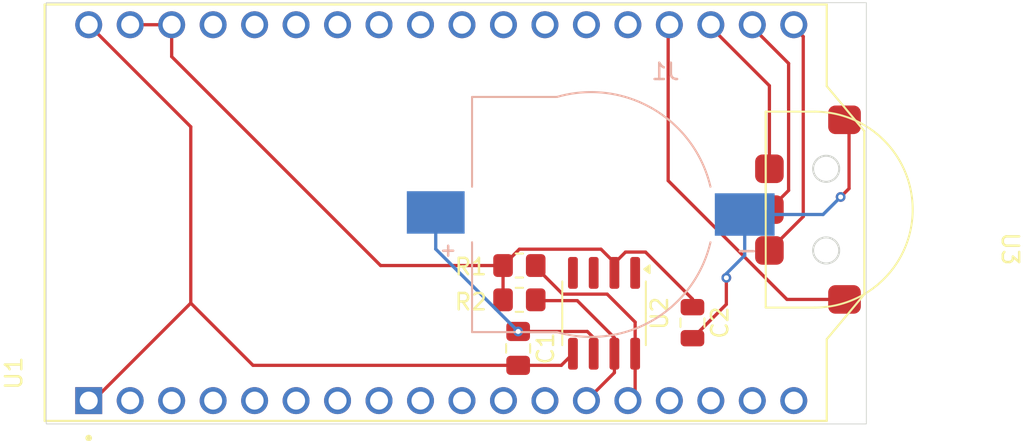
<source format=kicad_pcb>
(kicad_pcb (version 20240108) (generator "pcbnew") (generator_version "8.0")
  (layers (0 "F.Cu" signal) (31 "B.Cu" signal) (34 "B.Paste" user) (35 "F.Paste" user) (36 "B.SilkS" user "B.Silkscreen") (37 "F.SilkS" user "F.Silkscreen") (38 "B.Mask" user) (39 "F.Mask" user) (44 "Edge.Cuts" user))
  (net 0 "")
  (net 1 "+BATT")
  (net 2 "GND")
  (net 3 "VDD")
  (net 4 "/SCL")
  (net 5 "/SDA")
  (net 9 "/SW_1")
  (net 10 "/SW_3")
  (net 11 "/SW_2")
  (net 12 "/SW_COMMON")
  (footprint "Wifi-Kit-32-V3:MODULE_WIFI_KIT_32__V3_" (layer "F.Cu") (at 129.15 89.3375 -90)
    (property "Reference" "U1" (at 8.825 26.985 90) (layer "F.SilkS"))
    (property "Value" "~")
    (fp_line (start -13.75 25.1) (end -13.75 -22.8) (stroke (width 0.127)) (layer "F.SilkS"))
    (fp_line (start 11.75 25.1) (end -13.75 25.1) (stroke (width 0.127)) (layer "F.SilkS"))
    (fp_line (start -13.75 -22.8) (end -8.75 -22.8) (stroke (width 0.127)) (layer "F.SilkS"))
    (fp_line (start 6.75 -22.8) (end 11.75 -22.8) (stroke (width 0.127)) (layer "F.SilkS"))
    (fp_line (start 6.75 -22.8) (end 4 -25.1) (stroke (width 0.127)) (layer "F.SilkS"))
    (fp_line (start 11.75 -22.8) (end 11.75 25.1) (stroke (width 0.127)) (layer "F.SilkS"))
    (fp_line (start -6 -25.1) (end -8.75 -22.8) (stroke (width 0.127)) (layer "F.SilkS"))
    (fp_line (start 4 -25.1) (end -6 -25.1) (stroke (width 0.127)) (layer "F.SilkS"))
    (fp_circle (center 12.8 22.4) (end 12.7 22.4) (stroke (width 0.2)) (fill none) (layer "F.SilkS"))
    (pad "1" thru_hole circle (at -12.51 22.4 90) (size 1.65 1.65) (drill 1.1) (layers "*.Cu" "*.Mask") (net 2 "GND"))
    (pad "2" thru_hole circle (at -12.51 19.86 90) (size 1.65 1.65) (drill 1.1) (layers "*.Cu" "*.Mask") (net 3 "VDD"))
    (pad "3" thru_hole circle (at -12.51 17.32 90) (size 1.65 1.65) (drill 1.1) (layers "*.Cu" "*.Mask") (net 3 "VDD"))
    (pad "4" thru_hole circle (at -12.51 14.78 90) (size 1.65 1.65) (drill 1.1) (layers "*.Cu" "*.Mask"))
    (pad "5" thru_hole circle (at -12.51 12.24 90) (size 1.65 1.65) (drill 1.1) (layers "*.Cu" "*.Mask"))
    (pad "6" thru_hole circle (at -12.51 9.7 90) (size 1.65 1.65) (drill 1.1) (layers "*.Cu" "*.Mask"))
    (pad "7" thru_hole circle (at -12.51 7.16 90) (size 1.65 1.65) (drill 1.1) (layers "*.Cu" "*.Mask"))
    (pad "8" thru_hole circle (at -12.51 4.62 90) (size 1.65 1.65) (drill 1.1) (layers "*.Cu" "*.Mask"))
    (pad "9" thru_hole circle (at -12.51 2.08 90) (size 1.65 1.65) (drill 1.1) (layers "*.Cu" "*.Mask"))
    (pad "10" thru_hole circle (at -12.51 -0.46 90) (size 1.65 1.65) (drill 1.1) (layers "*.Cu" "*.Mask"))
    (pad "11" thru_hole circle (at -12.51 -3 90) (size 1.65 1.65) (drill 1.1) (layers "*.Cu" "*.Mask"))
    (pad "12" thru_hole circle (at -12.51 -5.54 90) (size 1.65 1.65) (drill 1.1) (layers "*.Cu" "*.Mask"))
    (pad "13" thru_hole circle (at -12.51 -8.08 90) (size 1.65 1.65) (drill 1.1) (layers "*.Cu" "*.Mask"))
    (pad "14" thru_hole circle (at -12.51 -10.62 90) (size 1.65 1.65) (drill 1.1) (layers "*.Cu" "*.Mask"))
    (pad "15" thru_hole circle (at -12.51 -13.16 90) (size 1.65 1.65) (drill 1.1) (layers "*.Cu" "*.Mask") (net 12 "/SW_COMMON"))
    (pad "16" thru_hole circle (at -12.51 -15.7 90) (size 1.65 1.65) (drill 1.1) (layers "*.Cu" "*.Mask") (net 9 "/SW_1"))
    (pad "17" thru_hole circle (at -12.51 -18.24 90) (size 1.65 1.65) (drill 1.1) (layers "*.Cu" "*.Mask") (net 11 "/SW_2"))
    (pad "18" thru_hole circle (at -12.51 -20.78 90) (size 1.65 1.65) (drill 1.1) (layers "*.Cu" "*.Mask") (net 10 "/SW_3"))
    (pad "19" thru_hole circle (at 10.51 -20.78 90) (size 1.65 1.65) (drill 1.1) (layers "*.Cu" "*.Mask"))
    (pad "20" thru_hole circle (at 10.51 -18.24 90) (size 1.65 1.65) (drill 1.1) (layers "*.Cu" "*.Mask"))
    (pad "21" thru_hole circle (at 10.51 -15.7 90) (size 1.65 1.65) (drill 1.1) (layers "*.Cu" "*.Mask"))
    (pad "22" thru_hole circle (at 10.51 -13.16 90) (size 1.65 1.65) (drill 1.1) (layers "*.Cu" "*.Mask"))
    (pad "23" thru_hole circle (at 10.51 -10.62 90) (size 1.65 1.65) (drill 1.1) (layers "*.Cu" "*.Mask") (net 4 "/SCL"))
    (pad "24" thru_hole circle (at 10.51 -8.08 90) (size 1.65 1.65) (drill 1.1) (layers "*.Cu" "*.Mask") (net 5 "/SDA"))
    (pad "25" thru_hole circle (at 10.51 -5.54 90) (size 1.65 1.65) (drill 1.1) (layers "*.Cu" "*.Mask"))
    (pad "26" thru_hole circle (at 10.51 -3 90) (size 1.65 1.65) (drill 1.1) (layers "*.Cu" "*.Mask"))
    (pad "27" thru_hole circle (at 10.51 -0.46 90) (size 1.65 1.65) (drill 1.1) (layers "*.Cu" "*.Mask"))
    (pad "28" thru_hole circle (at 10.51 2.08 90) (size 1.65 1.65) (drill 1.1) (layers "*.Cu" "*.Mask"))
    (pad "29" thru_hole circle (at 10.51 4.62 90) (size 1.65 1.65) (drill 1.1) (layers "*.Cu" "*.Mask"))
    (pad "30" thru_hole circle (at 10.51 7.16 90) (size 1.65 1.65) (drill 1.1) (layers "*.Cu" "*.Mask"))
    (pad "31" thru_hole circle (at 10.51 9.7 90) (size 1.65 1.65) (drill 1.1) (layers "*.Cu" "*.Mask"))
    (pad "32" thru_hole circle (at 10.51 12.24 90) (size 1.65 1.65) (drill 1.1) (layers "*.Cu" "*.Mask"))
    (pad "33" thru_hole circle (at 10.51 14.78 90) (size 1.65 1.65) (drill 1.1) (layers "*.Cu" "*.Mask"))
    (pad "34" thru_hole circle (at 10.51 17.32 90) (size 1.65 1.65) (drill 1.1) (layers "*.Cu" "*.Mask"))
    (pad "35" thru_hole circle (at 10.51 19.86 90) (size 1.65 1.65) (drill 1.1) (layers "*.Cu" "*.Mask"))
    (pad "36" thru_hole rect (at 10.51 22.4 90) (size 1.65 1.65) (drill 1.1) (layers "*.Cu" "*.Mask") (net 2 "GND"))
  )
  (footprint "Package_SO:SOIC-8_3.9x4.9mm_P1.27mm" (layer "F.Cu") (at 138.31 94.5 -90)
    (property "Reference" "U2" (at 0 -3.4 90) (layer "F.SilkS"))
    (property "Value" "DS3231MZ")
    (fp_line (start 0 2.56) (end -1.95 2.56) (stroke (width 0.12)) (layer "F.SilkS"))
    (fp_line (start 0 2.56) (end 1.95 2.56) (stroke (width 0.12)) (layer "F.SilkS"))
    (fp_line (start 0 -2.56) (end -1.95 -2.56) (stroke (width 0.12)) (layer "F.SilkS"))
    (fp_line (start 0 -2.56) (end 1.95 -2.56) (stroke (width 0.12)) (layer "F.SilkS"))
    (fp_poly (pts (xy -2.7 -2.465) (xy -2.94 -2.795) (xy -2.46 -2.795) (xy -2.7 -2.465)) (stroke (width 0.12)) (fill solid) (layer "F.SilkS"))
    (pad "1" smd roundrect (at -2.475 -1.905 270) (size 1.95 0.6) (layers "F.Cu" "F.Paste" "F.Mask"))
    (pad "2" smd roundrect (at -2.475 -0.635 270) (size 1.95 0.6) (layers "F.Cu" "F.Paste" "F.Mask") (net 3 "VDD"))
    (pad "3" smd roundrect (at -2.475 0.635 270) (size 1.95 0.6) (layers "F.Cu" "F.Paste" "F.Mask"))
    (pad "4" smd roundrect (at -2.475 1.905 270) (size 1.95 0.6) (layers "F.Cu" "F.Paste" "F.Mask"))
    (pad "5" smd roundrect (at 2.475 1.905 270) (size 1.95 0.6) (layers "F.Cu" "F.Paste" "F.Mask") (net 2 "GND"))
    (pad "6" smd roundrect (at 2.475 0.635 270) (size 1.95 0.6) (layers "F.Cu" "F.Paste" "F.Mask") (net 1 "+BATT"))
    (pad "7" smd roundrect (at 2.475 -0.635 270) (size 1.95 0.6) (layers "F.Cu" "F.Paste" "F.Mask") (net 5 "/SDA"))
    (pad "8" smd roundrect (at 2.475 -1.905 270) (size 1.95 0.6) (layers "F.Cu" "F.Paste" "F.Mask") (net 4 "/SCL"))
  )
  (footprint "Resistor_SMD:R_0805_2012Metric_Pad1.20x1.40mm_HandSolder" (layer "F.Cu") (at 133.125 91.575 180)
    (property "Reference" "R1" (at 2.975 -0.075 180) (layer "F.SilkS"))
    (property "Value" "4.7k")
    (fp_line (start -0.227064 0.735) (end 0.227064 0.735) (stroke (width 0.12)) (layer "F.SilkS"))
    (fp_line (start -0.227064 -0.735) (end 0.227064 -0.735) (stroke (width 0.12)) (layer "F.SilkS"))
    (pad "1" smd roundrect (at -1 0 180) (size 1.2 1.4) (layers "F.Cu" "F.Paste" "F.Mask") (roundrect_rratio 0.2083333333) (net 4 "/SCL"))
    (pad "2" smd roundrect (at 1 0 180) (size 1.2 1.4) (layers "F.Cu" "F.Paste" "F.Mask") (roundrect_rratio 0.2083333333) (net 3 "VDD"))
  )
  (footprint "Side_Navigation_Switch:NavigationSW" (layer "F.Cu") (at 162.6875 90.55 -90)
    (property "Reference" "U3" (at 0 -0.5 -90) (layer "F.SilkS"))
    (property "Value" "~")
    (fp_line (start -8.4 14.475) (end -2.4 14.475) (stroke (width 0.12)) (layer "F.SilkS"))
    (fp_line (start -8.4 14.475) (end 3.6 14.475) (stroke (width 0.12)) (layer "F.SilkS"))
    (fp_line (start -8.4 14.475) (end -8.4 11.475) (stroke (width 0.12)) (layer "F.SilkS"))
    (fp_line (start 3.6 14.475) (end 3.6 11.475) (stroke (width 0.12)) (layer "F.SilkS"))
    (fp_arc (start -8.4 11.475) (mid -2.4 5.475) (end 3.6 11.475) (stroke (width 0.12)) (layer "F.SilkS"))
    (fp_circle (center -4.9 10.775) (end -5.7 10.775) (stroke (width 0.12)) (fill none) (layer "Edge.Cuts"))
    (fp_circle (center 0.1 10.775) (end 0.9 10.775) (stroke (width 0.12)) (fill none) (layer "Edge.Cuts"))
    (pad "1" smd roundrect (at -4.9 14.25 270) (size 1.75 1.75) (layers "F.Cu" "F.Paste" "F.Mask") (net 9 "/SW_1"))
    (pad "2" smd roundrect (at -2.4 14.25 270) (size 1.75 1.75) (layers "F.Cu" "F.Paste" "F.Mask") (net 11 "/SW_2"))
    (pad "3" smd roundrect (at 0.1 14.25 270) (size 1.75 1.75) (layers "F.Cu" "F.Paste" "F.Mask") (net 10 "/SW_3"))
    (pad "4" smd roundrect (at 3.1 9.65 270) (size 1.75 2) (layers "F.Cu" "F.Paste" "F.Mask") (net 12 "/SW_COMMON"))
    (pad "5" smd roundrect (at -7.9 9.65 270) (size 1.75 2) (layers "F.Cu" "F.Paste" "F.Mask") (net 2 "GND"))
  )
  (footprint "Resistor_SMD:R_0805_2012Metric_Pad1.20x1.40mm_HandSolder" (layer "F.Cu") (at 133.125 93.675 180)
    (property "Reference" "R2" (at 2.975 -0.125 180) (layer "F.SilkS"))
    (property "Value" "4.7k")
    (fp_line (start -0.227064 0.735) (end 0.227064 0.735) (stroke (width 0.12)) (layer "F.SilkS"))
    (fp_line (start -0.227064 -0.735) (end 0.227064 -0.735) (stroke (width 0.12)) (layer "F.SilkS"))
    (pad "1" smd roundrect (at -1 0 180) (size 1.2 1.4) (layers "F.Cu" "F.Paste" "F.Mask") (roundrect_rratio 0.2083333333) (net 5 "/SDA"))
    (pad "2" smd roundrect (at 1 0 180) (size 1.2 1.4) (layers "F.Cu" "F.Paste" "F.Mask") (roundrect_rratio 0.2083333333) (net 3 "VDD"))
  )
  (footprint "Capacitor_SMD:C_0805_2012Metric" (layer "F.Cu") (at 143.725 95.075 -90)
    (property "Reference" "C2" (at 0 -1.68 90) (layer "F.SilkS"))
    (property "Value" "C")
    (fp_line (start -0.261252 0.735) (end 0.261252 0.735) (stroke (width 0.12)) (layer "F.SilkS"))
    (fp_line (start -0.261252 -0.735) (end 0.261252 -0.735) (stroke (width 0.12)) (layer "F.SilkS"))
    (pad "1" smd roundrect (at -0.95 0 270) (size 1 1.45) (layers "F.Cu" "F.Paste" "F.Mask") (net 3 "VDD"))
    (pad "2" smd roundrect (at 0.95 0 270) (size 1 1.45) (layers "F.Cu" "F.Paste" "F.Mask") (net 2 "GND"))
  )
  (footprint "Capacitor_SMD:C_0805_2012Metric_Pad1.18x1.45mm_HandSolder" (layer "F.Cu") (at 133.05 96.65 -90)
    (property "Reference" "C1" (at 0 -1.68 90) (layer "F.SilkS"))
    (property "Value" "C")
    (fp_line (start -0.261252 0.735) (end 0.261252 0.735) (stroke (width 0.12)) (layer "F.SilkS"))
    (fp_line (start -0.261252 -0.735) (end 0.261252 -0.735) (stroke (width 0.12)) (layer "F.SilkS"))
    (pad "1" smd roundrect (at -1.0375 0 270) (size 1.175 1.45) (layers "F.Cu" "F.Paste" "F.Mask") (roundrect_rratio 0.2127659574) (net 1 "+BATT"))
    (pad "2" smd roundrect (at 1.0375 0 270) (size 1.175 1.45) (layers "F.Cu" "F.Paste" "F.Mask") (roundrect_rratio 0.2127659574) (net 2 "GND"))
  )
  (footprint "BC501SM-TR:MPD_BC501SM-TR" (layer "B.Cu") (at 137.527 88.45 180)
    (property "Reference" "J1" (at -4.544 8.754 180) (layer "B.SilkS") (effects (justify mirror)))
    (property "Value" "BC501SM-TR")
    (fp_line (start 7.3 7.2) (end 7.3 1.7) (stroke (width 0.127)) (layer "B.SilkS"))
    (fp_line (start 7.3 7.2) (end 2.1 7.2) (stroke (width 0.127)) (layer "B.SilkS"))
    (fp_line (start 7.3 -7.2) (end 7.3 -1.7) (stroke (width 0.127)) (layer "B.SilkS"))
    (fp_line (start 7.3 -7.2) (end 2.1 -7.2) (stroke (width 0.127)) (layer "B.SilkS"))
    (fp_arc (start 2.1 7.2) (mid -3.781493 6.469279) (end -7.299999 1.7) (stroke (width 0.127)) (layer "B.SilkS"))
    (fp_arc (start -7.3 -1.7) (mid -3.781493 -6.46928) (end 2.1 -7.200001) (stroke (width 0.127)) (layer "B.SilkS"))
    (fp_text user "+" (at 8.763 -2.159 180) (layer "B.SilkS") (effects (font (size 0.8 0.8)) (justify mirror)))
    (fp_text user "-" (at -9.525 -2.159 180) (layer "B.SilkS") (effects (font (size 1.12 1.12)) (justify mirror)))
    (pad "" np_thru_hole circle (at -3.5 0 180) (size 1 1) (drill 1) (layers "*.Cu" "*.Mask"))
    (pad "" np_thru_hole circle (at 4 0 180) (size 1.3 1.3) (drill 1.3) (layers "*.Cu" "*.Mask"))
    (pad "+" smd rect (at 9.525 0.127 180) (size 3.54 2.6) (layers "B.Cu" "B.Paste" "B.Mask") (net 1 "+BATT"))
    (pad "-" smd rect (at -9.398 0 180) (size 3.66 2.6) (layers "B.Cu" "B.Paste" "B.Mask") (net 2 "GND"))
  )
  (gr_rect (start 104.15 75.475) (end 154.375 101.275) (stroke (width 0.05)) (fill none) (layer "Edge.Cuts"))
  (segment (start 137.287499 95.6125) (end 133.05 95.6125) (width 0.2) (layer "F.Cu") (net 1))
  (segment (start 137.675 96.975) (end 137.675 96.000001) (width 0.2) (layer "F.Cu") (net 1))
  (segment (start 137.675 96.000001) (end 137.287499 95.6125) (width 0.2) (layer "F.Cu") (net 1))
  (via (at 133.05 95.6125) (size 0.6) (drill 0.3) (layers "F.Cu" "B.Cu") (net 1))
  (segment (start 128.002 88.323) (end 128.002 90.5645) (width 0.2) (layer "B.Cu") (net 1))
  (segment (start 128.002 90.5645) (end 133.05 95.6125) (width 0.2) (layer "B.Cu") (net 1))
  (segment (start 116.8125 97.6875) (end 113 93.875) (width 0.2) (layer "F.Cu") (net 2))
  (segment (start 133.05 97.6875) (end 116.8125 97.6875) (width 0.2) (layer "F.Cu") (net 2))
  (segment (start 135.6925 97.6875) (end 133.05 97.6875) (width 0.2) (layer "F.Cu") (net 2))
  (segment (start 136.405 96.975) (end 135.6925 97.6875) (width 0.2) (layer "F.Cu") (net 2))
  (segment (start 113 83.0775) (end 113 93.875) (width 0.2) (layer "F.Cu") (net 2))
  (segment (start 153.314985 82.927485) (end 153.0375 82.65) (width 0.2) (layer "F.Cu") (net 2))
  (segment (start 153.314985 86.860015) (end 153.314985 82.927485) (width 0.2) (layer "F.Cu") (net 2))
  (segment (start 143.725 96.025) (end 145.8 93.95) (width 0.2) (layer "F.Cu") (net 2))
  (segment (start 106.75 76.8275) (end 113 83.0775) (width 0.2) (layer "F.Cu") (net 2))
  (segment (start 145.8 93.95) (end 145.8 92.325) (width 0.2) (layer "F.Cu") (net 2))
  (segment (start 152.8 87.375) (end 153.314985 86.860015) (width 0.2) (layer "F.Cu") (net 2))
  (segment (start 113 93.875) (end 107.0275 99.8475) (width 0.2) (layer "F.Cu") (net 2))
  (segment (start 107.0275 99.8475) (end 106.75 99.8475) (width 0.2) (layer "F.Cu") (net 2))
  (via (at 145.8 92.325) (size 0.6) (drill 0.3) (layers "F.Cu" "B.Cu") (net 2))
  (via (at 152.8 87.375) (size 0.6) (drill 0.3) (layers "F.Cu" "B.Cu") (net 2))
  (segment (start 145.8 92.075) (end 146.925 90.95) (width 0.2) (layer "B.Cu") (net 2))
  (segment (start 151.725 88.45) (end 152.8 87.375) (width 0.2) (layer "B.Cu") (net 2))
  (segment (start 146.925 90.95) (end 146.925 88.45) (width 0.2) (layer "B.Cu") (net 2))
  (segment (start 145.8 92.325) (end 145.8 92.075) (width 0.2) (layer "B.Cu") (net 2))
  (segment (start 146.925 88.45) (end 151.725 88.45) (width 0.2) (layer "B.Cu") (net 2))
  (segment (start 109.29 76.8275) (end 111.83 76.8275) (width 0.2) (layer "F.Cu") (net 3))
  (segment (start 138.945 91.395) (end 138.945 92.025) (width 0.2) (layer "F.Cu") (net 3))
  (segment (start 111.83 76.8275) (end 111.83 78.78) (width 0.2) (layer "F.Cu") (net 3))
  (segment (start 138.945 91.43) (end 138.945 92.025) (width 0.2) (layer "F.Cu") (net 3))
  (segment (start 143.725 94.125) (end 143.725 93.625) (width 0.2) (layer "F.Cu") (net 3))
  (segment (start 133.125 90.575) (end 138.125 90.575) (width 0.2) (layer "F.Cu") (net 3))
  (segment (start 124.625 91.575) (end 132.125 91.575) (width 0.2) (layer "F.Cu") (net 3))
  (segment (start 143.725 93.625) (end 140.85 90.75) (width 0.2) (layer "F.Cu") (net 3))
  (segment (start 132.125 91.575) (end 133.125 90.575) (width 0.2) (layer "F.Cu") (net 3))
  (segment (start 139.625 90.75) (end 138.945 91.43) (width 0.2) (layer "F.Cu") (net 3))
  (segment (start 140.85 90.75) (end 139.625 90.75) (width 0.2) (layer "F.Cu") (net 3))
  (segment (start 111.83 78.78) (end 124.625 91.575) (width 0.2) (layer "F.Cu") (net 3))
  (segment (start 138.125 90.575) (end 138.945 91.395) (width 0.2) (layer "F.Cu") (net 3))
  (segment (start 132.125 93.675) (end 132.125 91.575) (width 0.2) (layer "F.Cu") (net 3))
  (segment (start 134.125 91.675) (end 134.125 91.575) (width 0.2) (layer "F.Cu") (net 4))
  (segment (start 140.215 96.975) (end 140.215 99.405) (width 0.2) (layer "F.Cu") (net 4))
  (segment (start 140.215 96.975) (end 140.215 95.04) (width 0.2) (layer "F.Cu") (net 4))
  (segment (start 135.775 93.325) (end 134.125 91.675) (width 0.2) (layer "F.Cu") (net 4))
  (segment (start 138.5 93.325) (end 135.775 93.325) (width 0.2) (layer "F.Cu") (net 4))
  (segment (start 140.215 99.405) (end 139.6975 99.9225) (width 0.2) (layer "F.Cu") (net 4))
  (segment (start 140.215 95.04) (end 138.5 93.325) (width 0.2) (layer "F.Cu") (net 4))
  (segment (start 134.175 93.725) (end 136.669999 93.725) (width 0.2) (layer "F.Cu") (net 5))
  (segment (start 136.669999 93.725) (end 138.945 96.000001) (width 0.2) (layer "F.Cu") (net 5))
  (segment (start 138.945 96.975) (end 138.945 98.135) (width 0.2) (layer "F.Cu") (net 5))
  (segment (start 134.125 93.675) (end 134.175 93.725) (width 0.2) (layer "F.Cu") (net 5))
  (segment (start 138.945 98.135) (end 137.1575 99.9225) (width 0.2) (layer "F.Cu") (net 5))
  (segment (start 138.945 96.000001) (end 138.945 96.975) (width 0.2) (layer "F.Cu") (net 5))
  (segment (start 148.4375 80.5625) (end 144.7775 76.9025) (width 0.2) (layer "F.Cu") (net 9))
  (segment (start 148.4375 85.65) (end 148.4375 80.5625) (width 0.2) (layer "F.Cu") (net 9))
  (segment (start 150.510015 88.577485) (end 150.510015 77.555015) (width 0.2) (layer "F.Cu") (net 10))
  (segment (start 148.4375 90.65) (end 150.510015 88.577485) (width 0.2) (layer "F.Cu") (net 10))
  (segment (start 150.510015 77.555015) (end 149.8575 76.9025) (width 0.2) (layer "F.Cu") (net 10))
  (segment (start 149.6125 79.1975) (end 147.3175 76.9025) (width 0.2) (layer "F.Cu") (net 11))
  (segment (start 148.4375 88.15) (end 149.6125 86.975) (width 0.2) (layer "F.Cu") (net 11))
  (segment (start 149.6125 86.975) (end 149.6125 79.1975) (width 0.2) (layer "F.Cu") (net 11))
  (segment (start 153.0375 93.65) (end 149.512528 93.65) (width 0.2) (layer "F.Cu") (net 12))
  (segment (start 142.2375 86.374972) (end 142.2375 76.9025) (width 0.2) (layer "F.Cu") (net 12))
  (segment (start 149.512528 93.65) (end 142.2375 86.374972) (width 0.2) (layer "F.Cu") (net 12))
)
</source>
